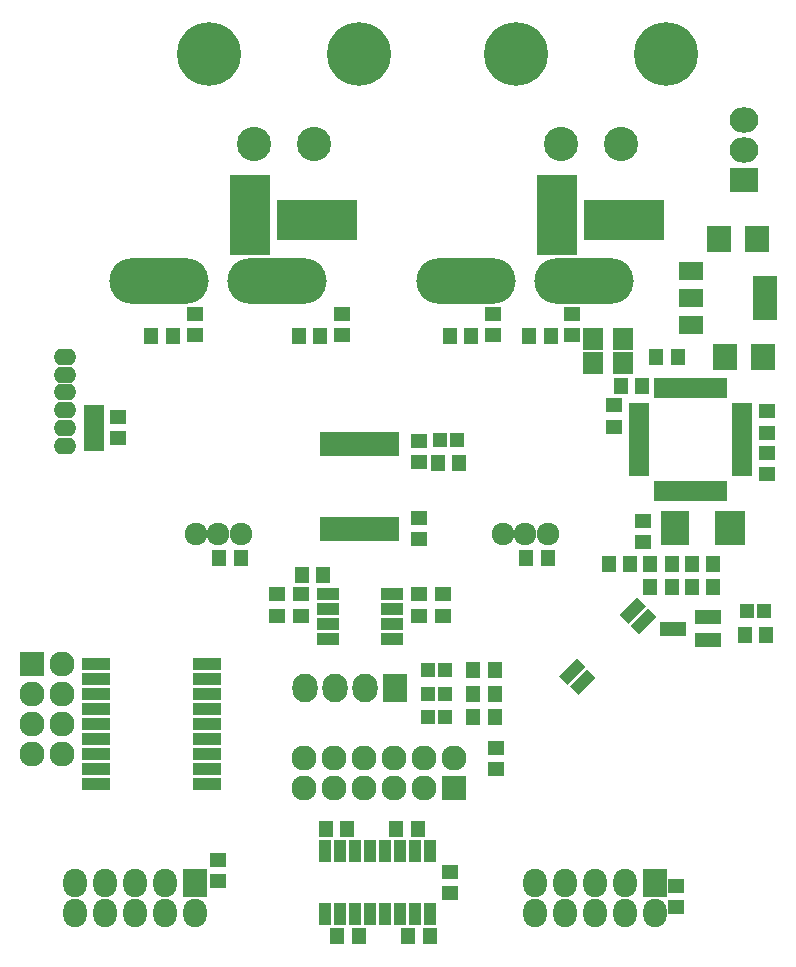
<source format=gbr>
G04 #@! TF.FileFunction,Soldermask,Bot*
%FSLAX46Y46*%
G04 Gerber Fmt 4.6, Leading zero omitted, Abs format (unit mm)*
G04 Created by KiCad (PCBNEW 4.0.5) date 01/02/17 21:09:29*
%MOMM*%
%LPD*%
G01*
G04 APERTURE LIST*
%ADD10C,0.100000*%
%ADD11C,1.924000*%
%ADD12O,8.400000X3.900000*%
%ADD13R,1.200000X1.400000*%
%ADD14R,1.400000X1.200000*%
%ADD15R,2.000000X2.400000*%
%ADD16O,2.000000X2.400000*%
%ADD17R,2.127200X2.432000*%
%ADD18O,2.127200X2.432000*%
%ADD19C,2.900000*%
%ADD20C,5.400000*%
%ADD21R,1.950000X1.000000*%
%ADD22R,2.400000X1.000000*%
%ADD23R,2.127200X2.127200*%
%ADD24O,2.127200X2.127200*%
%ADD25O,1.924000X1.400000*%
%ADD26R,1.700000X1.900000*%
%ADD27R,2.100000X1.600000*%
%ADD28R,2.100000X3.700000*%
%ADD29R,2.600000X3.000000*%
%ADD30R,2.400000X3.000000*%
%ADD31R,1.670000X1.365200*%
%ADD32R,1.000000X1.900000*%
%ADD33R,2.200860X1.200100*%
%ADD34R,2.000000X2.200000*%
%ADD35R,0.650000X1.700000*%
%ADD36R,1.700000X0.650000*%
%ADD37R,1.197560X1.197560*%
%ADD38R,0.850000X2.150000*%
%ADD39R,3.400000X6.900000*%
%ADD40R,6.851600X3.400000*%
%ADD41R,2.432000X2.127200*%
%ADD42O,2.432000X2.127200*%
G04 APERTURE END LIST*
D10*
D11*
X30410000Y-50000000D03*
X28500000Y-50000000D03*
X26590000Y-50000000D03*
D12*
X23500000Y-28600000D03*
X33500000Y-28600000D03*
D11*
X56410000Y-50000000D03*
X54500000Y-50000000D03*
X52590000Y-50000000D03*
D12*
X49500000Y-28600000D03*
X59500000Y-28600000D03*
D13*
X37400000Y-53500000D03*
X35600000Y-53500000D03*
D14*
X67300000Y-81600000D03*
X67300000Y-79800000D03*
D13*
X30400000Y-52000000D03*
X28600000Y-52000000D03*
D14*
X48100000Y-80400000D03*
X48100000Y-78600000D03*
D13*
X56400000Y-52000000D03*
X54600000Y-52000000D03*
D14*
X28500000Y-79400000D03*
X28500000Y-77600000D03*
X35500000Y-56900000D03*
X35500000Y-55100000D03*
X45500000Y-55100000D03*
X45500000Y-56900000D03*
D15*
X65500000Y-79500000D03*
D16*
X65500000Y-82040000D03*
X62960000Y-79500000D03*
X62960000Y-82040000D03*
X60420000Y-79500000D03*
X60420000Y-82040000D03*
X57880000Y-79500000D03*
X57880000Y-82040000D03*
X55340000Y-79500000D03*
X55340000Y-82040000D03*
D17*
X43500000Y-63000000D03*
D18*
X40960000Y-63000000D03*
X38420000Y-63000000D03*
X35880000Y-63000000D03*
D19*
X31500000Y-17000000D03*
X36580000Y-17000000D03*
D20*
X27690000Y-9380000D03*
X40390000Y-9380000D03*
D19*
X57500000Y-17000000D03*
X62580000Y-17000000D03*
D20*
X53690000Y-9380000D03*
X66390000Y-9380000D03*
D13*
X37600000Y-75000000D03*
X39400000Y-75000000D03*
X43600000Y-75000000D03*
X45400000Y-75000000D03*
X40400000Y-84000000D03*
X38600000Y-84000000D03*
X46400000Y-84000000D03*
X44600000Y-84000000D03*
D14*
X33500000Y-55100000D03*
X33500000Y-56900000D03*
X47500000Y-56900000D03*
X47500000Y-55100000D03*
D21*
X37800000Y-58905000D03*
X37800000Y-57635000D03*
X37800000Y-56365000D03*
X37800000Y-55095000D03*
X43200000Y-55095000D03*
X43200000Y-56365000D03*
X43200000Y-57635000D03*
X43200000Y-58905000D03*
D22*
X27560000Y-60960000D03*
X27560000Y-62230000D03*
X27560000Y-63500000D03*
X27560000Y-64770000D03*
X27560000Y-66040000D03*
X27560000Y-67310000D03*
X27560000Y-68580000D03*
X27560000Y-69850000D03*
X27560000Y-71120000D03*
X18160000Y-71120000D03*
X18160000Y-69850000D03*
X18160000Y-68580000D03*
X18160000Y-67310000D03*
X18160000Y-66040000D03*
X18160000Y-64770000D03*
X18160000Y-63500000D03*
X18160000Y-62230000D03*
X18160000Y-60960000D03*
D23*
X48500000Y-71500000D03*
D24*
X48500000Y-68960000D03*
X45960000Y-71500000D03*
X45960000Y-68960000D03*
X43420000Y-71500000D03*
X43420000Y-68960000D03*
X40880000Y-71500000D03*
X40880000Y-68960000D03*
X38340000Y-71500000D03*
X38340000Y-68960000D03*
X35800000Y-71500000D03*
X35800000Y-68960000D03*
D23*
X12700000Y-60960000D03*
D24*
X15240000Y-60960000D03*
X12700000Y-63500000D03*
X15240000Y-63500000D03*
X12700000Y-66040000D03*
X15240000Y-66040000D03*
X12700000Y-68580000D03*
X15240000Y-68580000D03*
D13*
X68600000Y-52500000D03*
X70400000Y-52500000D03*
X66900000Y-52500000D03*
X65100000Y-52500000D03*
X64400000Y-37500000D03*
X62600000Y-37500000D03*
D14*
X62000000Y-39100000D03*
X62000000Y-40900000D03*
D25*
X15500000Y-42500000D03*
X15500000Y-41000000D03*
X15500000Y-39500000D03*
X15500000Y-38000000D03*
X15500000Y-36500000D03*
X15500000Y-35000000D03*
D14*
X75000000Y-39600000D03*
X75000000Y-41400000D03*
D26*
X62750000Y-33500000D03*
X60250000Y-33500000D03*
X60250000Y-35500000D03*
X62750000Y-35500000D03*
D14*
X20000000Y-41900000D03*
X20000000Y-40100000D03*
D27*
X68500000Y-32300000D03*
X68500000Y-30000000D03*
X68500000Y-27700000D03*
D28*
X74800000Y-30000000D03*
D29*
X71800000Y-49500000D03*
D30*
X67200000Y-49500000D03*
D31*
X18000000Y-39730000D03*
X18000000Y-41000000D03*
X18000000Y-42270000D03*
D32*
X37555000Y-76800000D03*
X38825000Y-76800000D03*
X40095000Y-76800000D03*
X41365000Y-76800000D03*
X42635000Y-76800000D03*
X43905000Y-76800000D03*
X45175000Y-76800000D03*
X46445000Y-76800000D03*
X46445000Y-82200000D03*
X45175000Y-82200000D03*
X43905000Y-82200000D03*
X42635000Y-82200000D03*
X41365000Y-82200000D03*
X40095000Y-82200000D03*
X38825000Y-82200000D03*
X37555000Y-82200000D03*
D33*
X70001140Y-57050000D03*
X70001140Y-58950000D03*
X66998860Y-58000000D03*
D14*
X52000000Y-68100000D03*
X52000000Y-69900000D03*
D13*
X63400000Y-52500000D03*
X61600000Y-52500000D03*
X66900000Y-54500000D03*
X65100000Y-54500000D03*
X70400000Y-54500000D03*
X68600000Y-54500000D03*
D10*
G36*
X64003158Y-55356354D02*
X64745620Y-56098816D01*
X63260696Y-57583740D01*
X62518234Y-56841278D01*
X64003158Y-55356354D01*
X64003158Y-55356354D01*
G37*
G36*
X64901184Y-56254380D02*
X65643646Y-56996842D01*
X64158722Y-58481766D01*
X63416260Y-57739304D01*
X64901184Y-56254380D01*
X64901184Y-56254380D01*
G37*
G36*
X59739304Y-61416260D02*
X60481766Y-62158722D01*
X58996842Y-63643646D01*
X58254380Y-62901184D01*
X59739304Y-61416260D01*
X59739304Y-61416260D01*
G37*
G36*
X58841278Y-60518234D02*
X59583740Y-61260696D01*
X58098816Y-62745620D01*
X57356354Y-62003158D01*
X58841278Y-60518234D01*
X58841278Y-60518234D01*
G37*
D34*
X74100000Y-25000000D03*
X70900000Y-25000000D03*
X74600000Y-35000000D03*
X71400000Y-35000000D03*
D14*
X75000000Y-44900000D03*
X75000000Y-43100000D03*
X64500000Y-48850000D03*
X64500000Y-50650000D03*
D35*
X71250000Y-46350000D03*
X70750000Y-46350000D03*
X70250000Y-46350000D03*
X69750000Y-46350000D03*
X69250000Y-46350000D03*
X68750000Y-46350000D03*
X68250000Y-46350000D03*
X67750000Y-46350000D03*
X67250000Y-46350000D03*
X66750000Y-46350000D03*
X66250000Y-46350000D03*
X65750000Y-46350000D03*
D36*
X64150000Y-44750000D03*
X64150000Y-44250000D03*
X64150000Y-43750000D03*
X64150000Y-43250000D03*
X64150000Y-42750000D03*
X64150000Y-42250000D03*
X64150000Y-41750000D03*
X64150000Y-41250000D03*
X64150000Y-40750000D03*
X64150000Y-40250000D03*
X64150000Y-39750000D03*
X64150000Y-39250000D03*
D35*
X65750000Y-37650000D03*
X66250000Y-37650000D03*
X66750000Y-37650000D03*
X67250000Y-37650000D03*
X67750000Y-37650000D03*
X68250000Y-37650000D03*
X68750000Y-37650000D03*
X69250000Y-37650000D03*
X69750000Y-37650000D03*
X70250000Y-37650000D03*
X70750000Y-37650000D03*
X71250000Y-37650000D03*
D36*
X72850000Y-39250000D03*
X72850000Y-39750000D03*
X72850000Y-40250000D03*
X72850000Y-40750000D03*
X72850000Y-41250000D03*
X72850000Y-41750000D03*
X72850000Y-42250000D03*
X72850000Y-42750000D03*
X72850000Y-43250000D03*
X72850000Y-43750000D03*
X72850000Y-44250000D03*
X72850000Y-44750000D03*
D15*
X26500000Y-79500000D03*
D16*
X26500000Y-82040000D03*
X23960000Y-79500000D03*
X23960000Y-82040000D03*
X21420000Y-79500000D03*
X21420000Y-82040000D03*
X18880000Y-79500000D03*
X18880000Y-82040000D03*
X16340000Y-79500000D03*
X16340000Y-82040000D03*
D37*
X47749300Y-65500000D03*
X46250700Y-65500000D03*
X47749300Y-63500000D03*
X46250700Y-63500000D03*
X47749300Y-61500000D03*
X46250700Y-61500000D03*
X48749300Y-42000000D03*
X47250700Y-42000000D03*
X74749300Y-56500000D03*
X73250700Y-56500000D03*
D13*
X50100000Y-65500000D03*
X51900000Y-65500000D03*
X50100000Y-63500000D03*
X51900000Y-63500000D03*
X50100000Y-61500000D03*
X51900000Y-61500000D03*
X48900000Y-44000000D03*
X47100000Y-44000000D03*
X74900000Y-58500000D03*
X73100000Y-58500000D03*
X67400000Y-35000000D03*
X65600000Y-35000000D03*
D14*
X45500000Y-50400000D03*
X45500000Y-48600000D03*
X45500000Y-42100000D03*
X45500000Y-43900000D03*
D38*
X43425000Y-49600000D03*
X42775000Y-49600000D03*
X42125000Y-49600000D03*
X41475000Y-49600000D03*
X40825000Y-49600000D03*
X40175000Y-49600000D03*
X39525000Y-49600000D03*
X38875000Y-49600000D03*
X38225000Y-49600000D03*
X37575000Y-49600000D03*
X37575000Y-42400000D03*
X38225000Y-42400000D03*
X38875000Y-42400000D03*
X39525000Y-42400000D03*
X40175000Y-42400000D03*
X40825000Y-42400000D03*
X41475000Y-42400000D03*
X42125000Y-42400000D03*
X42775000Y-42400000D03*
X43425000Y-42400000D03*
D39*
X31200000Y-23000000D03*
D40*
X36900000Y-23400000D03*
D39*
X57200000Y-23000000D03*
D40*
X62900000Y-23400000D03*
D41*
X73000000Y-20000000D03*
D42*
X73000000Y-17460000D03*
X73000000Y-14920000D03*
D14*
X39000000Y-33150000D03*
X39000000Y-31350000D03*
X26500000Y-33150000D03*
X26500000Y-31350000D03*
X51750000Y-33150000D03*
X51750000Y-31350000D03*
X58500000Y-33150000D03*
X58500000Y-31350000D03*
D13*
X35350000Y-33250000D03*
X37150000Y-33250000D03*
X22850000Y-33250000D03*
X24650000Y-33250000D03*
X48100000Y-33250000D03*
X49900000Y-33250000D03*
X54850000Y-33250000D03*
X56650000Y-33250000D03*
M02*

</source>
